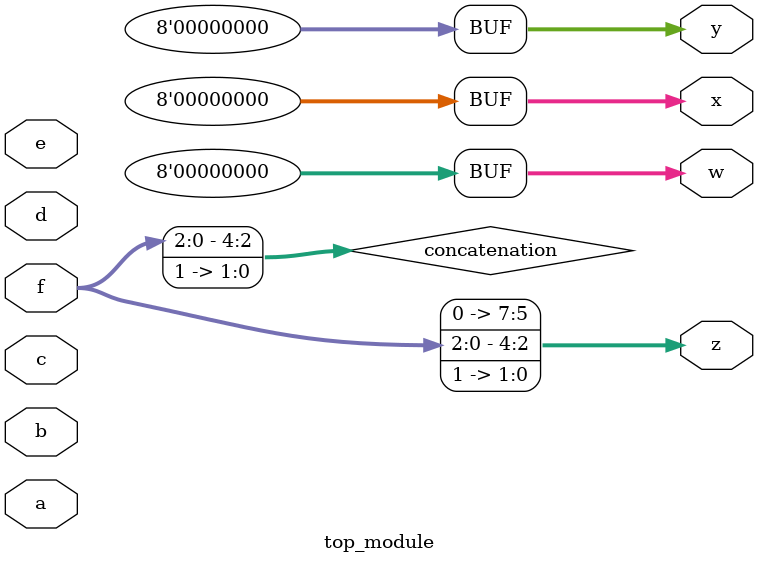
<source format=sv>
module top_module (
	input [4:0] a,
	input [4:0] b,
	input [4:0] c,
	input [4:0] d,
	input [4:0] e,
	input [4:0] f,
	output [7:0] w,
	output [7:0] x,
	output [7:0] y,
	output [7:0] z
);

	// Concatenation of inputs
	wire [4:0] concatenation;
	assign concatenation = {a, b, c, d, e, f, 2'b11};

	// Assigning the concatenated value to outputs
	assign {w, x, y, z} = concatenation;

endmodule

</source>
